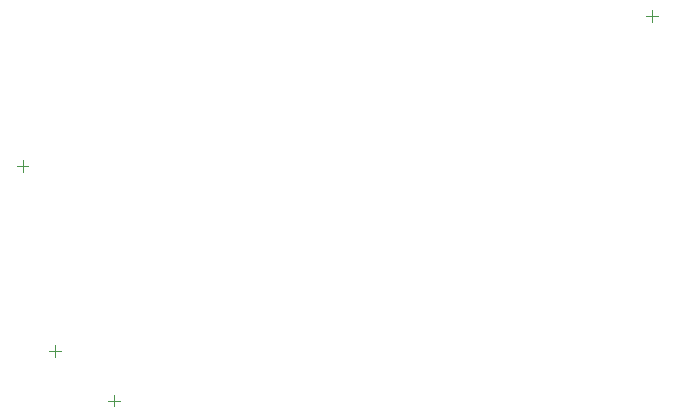
<source format=gbr>
%TF.GenerationSoftware,Altium Limited,Altium Designer,24.7.2 (38)*%
G04 Layer_Color=8388736*
%FSLAX43Y43*%
%MOMM*%
%TF.SameCoordinates,3DDE4B3C-03A5-4BC3-9972-2EF5A5DF1AA7*%
%TF.FilePolarity,Positive*%
%TF.FileFunction,Other,Bottom_Component_Center*%
%TF.Part,Single*%
G01*
G75*
%TA.AperFunction,NonConductor*%
%ADD106C,0.100*%
D106*
X29950Y197050D02*
X30950D01*
X30450Y196550D02*
Y197550D01*
X83775Y209275D02*
Y210275D01*
X83275Y209775D02*
X84275D01*
X33190Y180890D02*
Y181890D01*
X32690Y181390D02*
X33690D01*
X37723Y177200D02*
X38723D01*
X38223Y176700D02*
Y177700D01*
%TF.MD5,28c63f3cc44ab5d3589de8d58948040d*%
M02*

</source>
